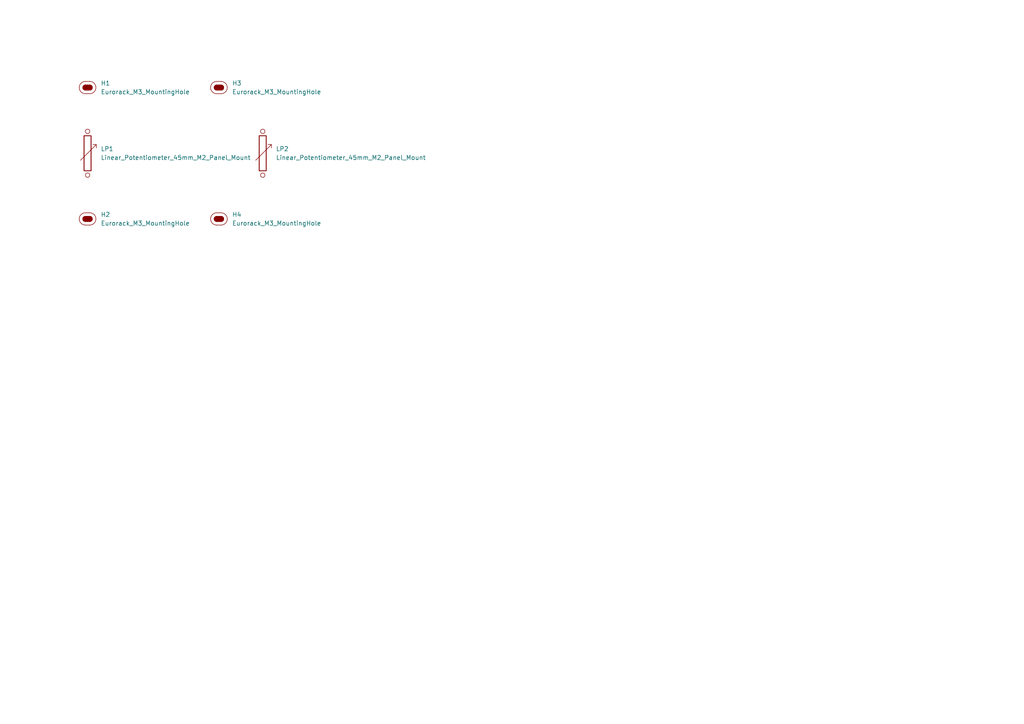
<source format=kicad_sch>
(kicad_sch (version 20250114) (generator "eeschema") (generator_version "9.0")
  (paper "A4")
  (lib_symbols
    (symbol "EXC:Eurorack_M3_MountingHole" (pin_names (offset 1.016))
      (property "Reference" "H" (at 0 5.08 0))
      (property "Value" "Eurorack_M3_MountingHole" (at 0 3.175 0))
      (symbol "Eurorack_M3_MountingHole_0_1"
        (polyline (pts (xy -0.635 0.762) (xy 0.635 0.762)))
        (circle (center -0.635 0) (radius 0.762) (fill (type outline)))
        (arc (start -0.635 -0.762) (mid -1.397 0) (end -0.635 0.762))
        (arc (start -0.635 -1.778) (mid -2.413 0) (end -0.635 1.778))
        (polyline (pts (xy -0.635 -0.762) (xy 0.635 -0.762)))
        (polyline (pts (xy -0.635 -1.778) (xy 0.635 -1.778)))
        (circle (center 0 0) (radius 0.762) (fill (type outline)))
        (polyline (pts (xy 0.635 1.778) (xy -0.635 1.778)))
        (arc (start 0.6141 1.778) (mid 2.4131 0) (end 0.6141 -1.778))
        (arc (start 0.6227 0.762) (mid 1.3971 0) (end 0.6227 -0.762))
        (circle (center 0.635 0) (radius 0.762) (fill (type outline)))
      )
    )
    (symbol "EXC:Linear_Potentiometer_45mm_M2_Panel_Mount" (pin_numbers (hide yes)) (pin_names (offset 0))
      (property "Reference" "LP" (at 0 8.128 0))
      (property "Value" "Linear_Potentiometer_45mm_M2_Panel_Mount" (at 0.254 -8.636 0))
      (symbol "Linear_Potentiometer_45mm_M2_Panel_Mount_0_1"
        (rectangle (start -1.016 5.08) (end 1.016 -5.08) (stroke (width 0.254)))
        (circle (center 0 6.35) (radius 0.635))
        (circle (center 0 -6.35) (radius 0.635))
        (polyline (pts (xy 2.54 1.524) (xy 2.54 2.54) (xy 1.524 2.54) (xy 2.54 2.54) (xy -2.032 -2.032)))
      )
    )
  )
  (symbol (lib_id "EXC:Linear_Potentiometer_45mm_M2_Panel_Mount") (at 76.2 44.45 0) (unit 1)
    (property "Reference" "LP2" (at 80.01 43.1799 0) (effects (justify left)))
    (property "Value" "Linear_Potentiometer_45mm_M2_Panel_Mount" (at 80.01 45.7199 0) (effects (justify left)))
    (property "Footprint" "EXC:Linear_Potentiometer_45mm_M2_Panel_Mount" (effects (hide yes)))
    (property "Datasheet" "https://cdn-shop.adafruit.com/product-files/4272/P4272+C13403-001+Data+Sheet+.pdf" (effects (hide yes)))
    (property "Description" "Slide Potentiometer with Knob - 45mm Long - 10KΩ. Panel-mounted with 2x M2 screws, 41mm apart." (effects (hide yes)))
    (property "Source" "https://www.adafruit.com/product/4272" (effects (hide yes)))
  )
  (symbol (lib_id "EXC:Linear_Potentiometer_45mm_M2_Panel_Mount") (at 25.4 44.45 0) (unit 1)
    (property "Reference" "LP1" (at 29.21 43.1799 0) (effects (justify left)))
    (property "Value" "Linear_Potentiometer_45mm_M2_Panel_Mount" (at 29.21 45.7199 0) (effects (justify left)))
    (property "Footprint" "EXC:Linear_Potentiometer_45mm_M2_Panel_Mount" (effects (hide yes)))
    (property "Datasheet" "https://cdn-shop.adafruit.com/product-files/4272/P4272+C13403-001+Data+Sheet+.pdf" (effects (hide yes)))
    (property "Description" "Slide Potentiometer with Knob - 45mm Long - 10KΩ. Panel-mounted with 2x M2 screws, 41mm apart." (effects (hide yes)))
    (property "Source" "https://www.adafruit.com/product/4272" (effects (hide yes)))
  )
  (symbol (lib_id "EXC:Eurorack_M3_MountingHole") (at 25.4 25.4 0) (unit 1)
    (property "Reference" "H1" (at 29.21 24.1299 0) (effects (justify left)))
    (property "Value" "Eurorack_M3_MountingHole" (at 29.21 26.6699 0) (effects (justify left)))
    (property "Footprint" "EXC:MountingHole_3.2mm_M3" (effects (hide yes)))
    (property "Description" "Mounting Hole without connection" (effects (hide yes)))
  )
  (symbol (lib_id "EXC:Eurorack_M3_MountingHole") (at 25.4 63.5 0) (unit 1)
    (property "Reference" "H2" (at 29.21 62.2299 0) (effects (justify left)))
    (property "Value" "Eurorack_M3_MountingHole" (at 29.21 64.7699 0) (effects (justify left)))
    (property "Footprint" "EXC:MountingHole_3.2mm_M3" (effects (hide yes)))
    (property "Description" "Mounting Hole without connection" (effects (hide yes)))
  )
  (symbol (lib_id "EXC:Eurorack_M3_MountingHole") (at 63.5 25.4 0) (unit 1)
    (property "Reference" "H3" (at 67.31 24.1299 0) (effects (justify left)))
    (property "Value" "Eurorack_M3_MountingHole" (at 67.31 26.6699 0) (effects (justify left)))
    (property "Footprint" "EXC:MountingHole_3.2mm_M3" (effects (hide yes)))
    (property "Description" "Mounting Hole without connection" (effects (hide yes)))
  )
  (symbol (lib_id "EXC:Eurorack_M3_MountingHole") (at 63.5 63.5 0) (unit 1)
    (property "Reference" "H4" (at 67.31 62.2299 0) (effects (justify left)))
    (property "Value" "Eurorack_M3_MountingHole" (at 67.31 64.7699 0) (effects (justify left)))
    (property "Footprint" "EXC:MountingHole_3.2mm_M3" (effects (hide yes)))
    (property "Description" "Mounting Hole without connection" (effects (hide yes)))
  )
)
</source>
